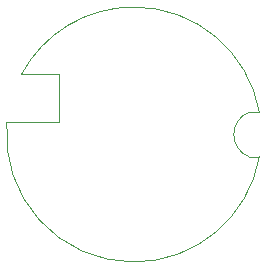
<source format=gbr>
%TF.GenerationSoftware,KiCad,Pcbnew,(6.0.1)*%
%TF.CreationDate,2022-02-07T22:37:27-05:00*%
%TF.ProjectId,PDB-B,5044422d-422e-46b6-9963-61645f706362,rev?*%
%TF.SameCoordinates,Original*%
%TF.FileFunction,Profile,NP*%
%FSLAX46Y46*%
G04 Gerber Fmt 4.6, Leading zero omitted, Abs format (unit mm)*
G04 Created by KiCad (PCBNEW (6.0.1)) date 2022-02-07 22:37:27*
%MOMM*%
%LPD*%
G01*
G04 APERTURE LIST*
%TA.AperFunction,Profile*%
%ADD10C,0.100000*%
%TD*%
G04 APERTURE END LIST*
D10*
X137630740Y-125123987D02*
X136760370Y-125109493D01*
X120650000Y-121920000D02*
X117475000Y-121920000D01*
X136760370Y-125109492D02*
G75*
G03*
X136760370Y-128890494I727584J-1890501D01*
G01*
X127000000Y-137795000D02*
G75*
G03*
X137630741Y-128875988I737J10794119D01*
G01*
X137630741Y-128875988D02*
X136760370Y-128890494D01*
X120650000Y-121920000D02*
X120650000Y-125984000D01*
X116253626Y-125976536D02*
G75*
G03*
X127000000Y-137795000I10746385J-1023454D01*
G01*
X120650000Y-125984000D02*
X116253626Y-125976536D01*
X137630740Y-125123987D02*
G75*
G03*
X127000000Y-116205000I-10630726J-1875998D01*
G01*
X127000000Y-116205000D02*
G75*
G03*
X117475000Y-121920000I-11J-10794981D01*
G01*
M02*

</source>
